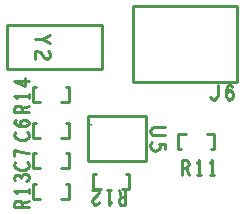
<source format=gto>
G04 This is an RS-274x file exported by *
G04 gerbv version 2.6.1 *
G04 More information is available about gerbv at *
G04 http://gerbv.geda-project.org/ *
G04 --End of header info--*
%MOIN*%
%FSLAX34Y34*%
%IPPOS*%
G04 --Define apertures--*
%ADD10C,0.0100*%
G04 --Start main section--*
G36*
G01X-009219Y-011998D02*
G75*
G03X-009219Y-011998I-000039J0000000D01*
G37*
G54D10*
G01X-011330Y-014754D02*
G01X-011830Y-014754D01*
G01X-011830Y-014754D02*
G01X-011830Y-014620D01*
G01X-011830Y-014620D02*
G01X-011805Y-014578D01*
G01X-011805Y-014578D02*
G01X-011772Y-014551D01*
G01X-011772Y-014551D02*
G01X-011705Y-014540D01*
G01X-011705Y-014540D02*
G01X-011638Y-014551D01*
G01X-011638Y-014551D02*
G01X-011597Y-014583D01*
G01X-011597Y-014583D02*
G01X-011572Y-014620D01*
G01X-011572Y-014620D02*
G01X-011572Y-014754D01*
G01X-011572Y-014620D02*
G01X-011330Y-014540D01*
G01X-011330Y-014207D02*
G01X-011830Y-014207D01*
G01X-011830Y-014207D02*
G01X-011730Y-014271D01*
G01X-011330Y-014271D02*
G01X-011330Y-014143D01*
G01X-011430Y-013884D02*
G01X-011372Y-013852D01*
G01X-011372Y-013852D02*
G01X-011338Y-013810D01*
G01X-011338Y-013810D02*
G01X-011330Y-013762D01*
G01X-011330Y-013762D02*
G01X-011338Y-013719D01*
G01X-011338Y-013719D02*
G01X-011380Y-013676D01*
G01X-011380Y-013676D02*
G01X-011430Y-013650D01*
G01X-011430Y-013650D02*
G01X-011480Y-013644D01*
G01X-011480Y-013644D02*
G01X-011538Y-013655D01*
G01X-011538Y-013655D02*
G01X-011580Y-013692D01*
G01X-011580Y-013692D02*
G01X-011597Y-013730D01*
G01X-011597Y-013730D02*
G01X-011597Y-013778D01*
G01X-011597Y-013730D02*
G01X-011622Y-013698D01*
G01X-011622Y-013698D02*
G01X-011663Y-013671D01*
G01X-011663Y-013671D02*
G01X-011713Y-013660D01*
G01X-011713Y-013660D02*
G01X-011763Y-013671D01*
G01X-011763Y-013671D02*
G01X-011805Y-013698D01*
G01X-011805Y-013698D02*
G01X-011830Y-013746D01*
G01X-011830Y-013746D02*
G01X-011822Y-013794D01*
G01X-011822Y-013794D02*
G01X-011788Y-013842D01*
G01X-011788Y-013255D02*
G01X-011813Y-013287D01*
G01X-011813Y-013287D02*
G01X-011830Y-013324D01*
G01X-011830Y-013324D02*
G01X-011830Y-013367D01*
G01X-011830Y-013367D02*
G01X-011805Y-013415D01*
G01X-011805Y-013415D02*
G01X-011763Y-013452D01*
G01X-011763Y-013452D02*
G01X-011713Y-013479D01*
G01X-011713Y-013479D02*
G01X-011630Y-013500D01*
G01X-011630Y-013500D02*
G01X-011555Y-013505D01*
G01X-011555Y-013505D02*
G01X-011480Y-013495D01*
G01X-011480Y-013495D02*
G01X-011430Y-013479D01*
G01X-011430Y-013479D02*
G01X-011380Y-013447D01*
G01X-011380Y-013447D02*
G01X-011347Y-013409D01*
G01X-011347Y-013409D02*
G01X-011330Y-013372D01*
G01X-011330Y-013372D02*
G01X-011330Y-013335D01*
G01X-011330Y-013335D02*
G01X-011347Y-013297D01*
G01X-011347Y-013297D02*
G01X-011372Y-013265D01*
G01X-011372Y-013265D02*
G01X-011405Y-013239D01*
G01X-011330Y-012943D02*
G01X-011438Y-012932D01*
G01X-011438Y-012932D02*
G01X-011530Y-012916D01*
G01X-011530Y-012916D02*
G01X-011613Y-012895D01*
G01X-011613Y-012895D02*
G01X-011705Y-012868D01*
G01X-011705Y-012868D02*
G01X-011830Y-012825D01*
G01X-011830Y-012825D02*
G01X-011830Y-013039D01*
G01X-011788Y-012257D02*
G01X-011813Y-012289D01*
G01X-011813Y-012289D02*
G01X-011830Y-012326D01*
G01X-011830Y-012326D02*
G01X-011830Y-012369D01*
G01X-011830Y-012369D02*
G01X-011805Y-012417D01*
G01X-011805Y-012417D02*
G01X-011763Y-012454D01*
G01X-011763Y-012454D02*
G01X-011713Y-012481D01*
G01X-011713Y-012481D02*
G01X-011630Y-012502D01*
G01X-011630Y-012502D02*
G01X-011555Y-012507D01*
G01X-011555Y-012507D02*
G01X-011480Y-012497D01*
G01X-011480Y-012497D02*
G01X-011430Y-012481D01*
G01X-011430Y-012481D02*
G01X-011380Y-012449D01*
G01X-011380Y-012449D02*
G01X-011347Y-012411D01*
G01X-011347Y-012411D02*
G01X-011330Y-012374D01*
G01X-011330Y-012374D02*
G01X-011330Y-012337D01*
G01X-011330Y-012337D02*
G01X-011347Y-012299D01*
G01X-011347Y-012299D02*
G01X-011372Y-012267D01*
G01X-011372Y-012267D02*
G01X-011405Y-012241D01*
G01X-011538Y-012035D02*
G01X-011597Y-011998D01*
G01X-011597Y-011998D02*
G01X-011630Y-011966D01*
G01X-011630Y-011966D02*
G01X-011647Y-011923D01*
G01X-011647Y-011923D02*
G01X-011630Y-011886D01*
G01X-011630Y-011886D02*
G01X-011597Y-011859D01*
G01X-011597Y-011859D02*
G01X-011547Y-011838D01*
G01X-011547Y-011838D02*
G01X-011488Y-011833D01*
G01X-011488Y-011833D02*
G01X-011438Y-011838D01*
G01X-011438Y-011838D02*
G01X-011388Y-011859D01*
G01X-011388Y-011859D02*
G01X-011347Y-011891D01*
G01X-011347Y-011891D02*
G01X-011330Y-011929D01*
G01X-011330Y-011929D02*
G01X-011347Y-011971D01*
G01X-011347Y-011971D02*
G01X-011397Y-012009D01*
G01X-011397Y-012009D02*
G01X-011472Y-012030D01*
G01X-011472Y-012030D02*
G01X-011555Y-012035D01*
G01X-011555Y-012035D02*
G01X-011663Y-012025D01*
G01X-011663Y-012025D02*
G01X-011722Y-012009D01*
G01X-011722Y-012009D02*
G01X-011780Y-011982D01*
G01X-011780Y-011982D02*
G01X-011822Y-011945D01*
G01X-011822Y-011945D02*
G01X-011830Y-011907D01*
G01X-011830Y-011907D02*
G01X-011813Y-011870D01*
G01X-011813Y-011870D02*
G01X-011772Y-011843D01*
G01X-011330Y-011576D02*
G01X-011830Y-011576D01*
G01X-011830Y-011576D02*
G01X-011830Y-011442D01*
G01X-011830Y-011442D02*
G01X-011805Y-011400D01*
G01X-011805Y-011400D02*
G01X-011772Y-011373D01*
G01X-011772Y-011373D02*
G01X-011705Y-011362D01*
G01X-011705Y-011362D02*
G01X-011638Y-011373D01*
G01X-011638Y-011373D02*
G01X-011597Y-011405D01*
G01X-011597Y-011405D02*
G01X-011572Y-011442D01*
G01X-011572Y-011442D02*
G01X-011572Y-011576D01*
G01X-011572Y-011442D02*
G01X-011330Y-011362D01*
G01X-011330Y-011029D02*
G01X-011830Y-011029D01*
G01X-011830Y-011029D02*
G01X-011730Y-011093D01*
G01X-011330Y-011093D02*
G01X-011330Y-010965D01*
G01X-011330Y-010525D02*
G01X-011830Y-010525D01*
G01X-011830Y-010525D02*
G01X-011472Y-010722D01*
G01X-011472Y-010722D02*
G01X-011472Y-010456D01*
G01X-011125Y-009151D02*
G01X-010900Y-009151D01*
G01X-010900Y-009151D02*
G01X-010625Y-009024D01*
G01X-010625Y-009278D02*
G01X-010900Y-009151D01*
G01X-010708Y-009540D02*
G01X-010658Y-009578D01*
G01X-010658Y-009578D02*
G01X-010633Y-009623D01*
G01X-010633Y-009623D02*
G01X-010625Y-009673D01*
G01X-010625Y-009673D02*
G01X-010642Y-009737D01*
G01X-010642Y-009737D02*
G01X-010683Y-009781D01*
G01X-010683Y-009781D02*
G01X-010733Y-009794D01*
G01X-010733Y-009794D02*
G01X-010783Y-009787D01*
G01X-010783Y-009787D02*
G01X-010825Y-009762D01*
G01X-010825Y-009762D02*
G01X-010908Y-009635D01*
G01X-010908Y-009635D02*
G01X-010967Y-009578D01*
G01X-010967Y-009578D02*
G01X-011050Y-009540D01*
G01X-011050Y-009540D02*
G01X-011125Y-009528D01*
G01X-011125Y-009528D02*
G01X-011125Y-009794D01*
G01X-012055Y-008660D02*
G01X-012055Y-010156D01*
G01X-012055Y-010156D02*
G01X-008905Y-010156D01*
G01X-008905Y-010156D02*
G01X-008905Y-008660D01*
G01X-008905Y-008660D02*
G01X-012055Y-008660D01*
G01X-011101Y-013962D02*
G01X-011201Y-013962D01*
G01X-011201Y-013962D02*
G01X-011201Y-014462D01*
G01X-011201Y-014462D02*
G01X-010951Y-014462D01*
G01X-011101Y-012953D02*
G01X-011201Y-012953D01*
G01X-011201Y-012953D02*
G01X-011201Y-013453D01*
G01X-011201Y-013453D02*
G01X-010951Y-013453D01*
G01X-011101Y-011935D02*
G01X-011201Y-011935D01*
G01X-011201Y-011935D02*
G01X-011201Y-012435D01*
G01X-011201Y-012435D02*
G01X-010951Y-012435D01*
G01X-011101Y-010746D02*
G01X-011201Y-010746D01*
G01X-011201Y-010746D02*
G01X-011201Y-011246D01*
G01X-011201Y-011246D02*
G01X-010951Y-011246D01*
G01X-010251Y-014462D02*
G01X-010001Y-014462D01*
G01X-010001Y-014462D02*
G01X-010001Y-013962D01*
G01X-010001Y-013962D02*
G01X-010101Y-013962D01*
G01X-010251Y-013453D02*
G01X-010001Y-013453D01*
G01X-010001Y-013453D02*
G01X-010001Y-012953D01*
G01X-010001Y-012953D02*
G01X-010101Y-012953D01*
G01X-009366Y-011722D02*
G01X-009366Y-013218D01*
G01X-009366Y-013218D02*
G01X-007418Y-013218D01*
G01X-010251Y-012435D02*
G01X-010001Y-012435D01*
G01X-010001Y-012435D02*
G01X-010001Y-011935D01*
G01X-010001Y-011935D02*
G01X-010101Y-011935D01*
G01X-010251Y-011246D02*
G01X-010001Y-011246D01*
G01X-010001Y-011246D02*
G01X-010001Y-010746D01*
G01X-010001Y-010746D02*
G01X-010101Y-010746D01*
G01X-007418Y-011722D02*
G01X-009366Y-011722D01*
G01X-008127Y-014158D02*
G01X-008127Y-014658D01*
G01X-008127Y-014658D02*
G01X-008261Y-014658D01*
G01X-008261Y-014658D02*
G01X-008303Y-014633D01*
G01X-008303Y-014633D02*
G01X-008330Y-014600D01*
G01X-008330Y-014600D02*
G01X-008341Y-014533D01*
G01X-008341Y-014533D02*
G01X-008330Y-014466D01*
G01X-008330Y-014466D02*
G01X-008298Y-014425D01*
G01X-008298Y-014425D02*
G01X-008261Y-014400D01*
G01X-008261Y-014400D02*
G01X-008127Y-014400D01*
G01X-008261Y-014400D02*
G01X-008341Y-014158D01*
G01X-008674Y-014158D02*
G01X-008674Y-014658D01*
G01X-008674Y-014658D02*
G01X-008610Y-014558D01*
G01X-008610Y-014158D02*
G01X-008738Y-014158D01*
G01X-009013Y-014575D02*
G01X-009045Y-014625D01*
G01X-009045Y-014625D02*
G01X-009082Y-014650D01*
G01X-009082Y-014650D02*
G01X-009125Y-014658D01*
G01X-009125Y-014658D02*
G01X-009178Y-014641D01*
G01X-009178Y-014641D02*
G01X-009215Y-014600D01*
G01X-009215Y-014600D02*
G01X-009226Y-014550D01*
G01X-009226Y-014550D02*
G01X-009221Y-014500D01*
G01X-009221Y-014500D02*
G01X-009199Y-014458D01*
G01X-009199Y-014458D02*
G01X-009093Y-014375D01*
G01X-009093Y-014375D02*
G01X-009045Y-014316D01*
G01X-009045Y-014316D02*
G01X-009013Y-014233D01*
G01X-009013Y-014233D02*
G01X-009002Y-014158D01*
G01X-009002Y-014158D02*
G01X-009226Y-014158D01*
G01X-009096Y-013643D02*
G01X-009196Y-013643D01*
G01X-009196Y-013643D02*
G01X-009196Y-014143D01*
G01X-009196Y-014143D02*
G01X-008946Y-014143D01*
G01X-008246Y-014143D02*
G01X-007996Y-014143D01*
G01X-007996Y-014143D02*
G01X-007996Y-013643D01*
G01X-007996Y-013643D02*
G01X-008096Y-013643D01*
G01X-006795Y-012075D02*
G01X-007153Y-012075D01*
G01X-007153Y-012075D02*
G01X-007228Y-012100D01*
G01X-007228Y-012100D02*
G01X-007278Y-012151D01*
G01X-007278Y-012151D02*
G01X-007295Y-012214D01*
G01X-007295Y-012214D02*
G01X-007278Y-012277D01*
G01X-007278Y-012277D02*
G01X-007228Y-012328D01*
G01X-007228Y-012328D02*
G01X-007153Y-012353D01*
G01X-007153Y-012353D02*
G01X-006795Y-012353D01*
G01X-007220Y-012584D02*
G01X-007262Y-012622D01*
G01X-007262Y-012622D02*
G01X-007287Y-012667D01*
G01X-007287Y-012667D02*
G01X-007295Y-012724D01*
G01X-007295Y-012724D02*
G01X-007278Y-012781D01*
G01X-007278Y-012781D02*
G01X-007245Y-012825D01*
G01X-007245Y-012825D02*
G01X-007187Y-012857D01*
G01X-007187Y-012857D02*
G01X-007120Y-012863D01*
G01X-007120Y-012863D02*
G01X-007053Y-012850D01*
G01X-007053Y-012850D02*
G01X-007012Y-012819D01*
G01X-007012Y-012819D02*
G01X-006978Y-012774D01*
G01X-006978Y-012774D02*
G01X-006970Y-012730D01*
G01X-006970Y-012730D02*
G01X-006978Y-012686D01*
G01X-006978Y-012686D02*
G01X-007012Y-012629D01*
G01X-007012Y-012629D02*
G01X-006795Y-012648D01*
G01X-006795Y-012648D02*
G01X-006795Y-012819D01*
G01X-007859Y-008053D02*
G01X-007859Y-010572D01*
G01X-007859Y-010572D02*
G01X-004395Y-010572D01*
G01X-004395Y-010572D02*
G01X-004395Y-008053D01*
G01X-004395Y-008053D02*
G01X-007859Y-008053D01*
G01X-007418Y-013218D02*
G01X-007418Y-011722D01*
G01X-006225Y-013671D02*
G01X-006225Y-013171D01*
G01X-006225Y-013171D02*
G01X-006091Y-013171D01*
G01X-006091Y-013171D02*
G01X-006049Y-013196D01*
G01X-006049Y-013196D02*
G01X-006022Y-013229D01*
G01X-006022Y-013229D02*
G01X-006011Y-013296D01*
G01X-006011Y-013296D02*
G01X-006022Y-013363D01*
G01X-006022Y-013363D02*
G01X-006054Y-013404D01*
G01X-006054Y-013404D02*
G01X-006091Y-013429D01*
G01X-006091Y-013429D02*
G01X-006225Y-013429D01*
G01X-006091Y-013429D02*
G01X-006011Y-013671D01*
G01X-005678Y-013671D02*
G01X-005678Y-013171D01*
G01X-005678Y-013171D02*
G01X-005742Y-013271D01*
G01X-005742Y-013671D02*
G01X-005614Y-013671D01*
G01X-005238Y-013671D02*
G01X-005238Y-013171D01*
G01X-005238Y-013171D02*
G01X-005302Y-013271D01*
G01X-005302Y-013671D02*
G01X-005174Y-013671D01*
G01X-006100Y-012315D02*
G01X-006350Y-012315D01*
G01X-006350Y-012315D02*
G01X-006350Y-012815D01*
G01X-006350Y-012815D02*
G01X-006250Y-012815D01*
G01X-005250Y-012815D02*
G01X-005150Y-012815D01*
G01X-005150Y-012815D02*
G01X-005150Y-012315D01*
G01X-005150Y-012315D02*
G01X-005400Y-012315D01*
G01X-005296Y-011072D02*
G01X-005264Y-011122D01*
G01X-005264Y-011122D02*
G01X-005226Y-011155D01*
G01X-005226Y-011155D02*
G01X-005182Y-011172D01*
G01X-005182Y-011172D02*
G01X-005131Y-011155D01*
G01X-005131Y-011155D02*
G01X-005093Y-011122D01*
G01X-005093Y-011122D02*
G01X-005055Y-011072D01*
G01X-005055Y-011072D02*
G01X-005042Y-011005D01*
G01X-005042Y-011005D02*
G01X-005042Y-010672D01*
G01X-004780Y-010964D02*
G01X-004735Y-010905D01*
G01X-004735Y-010905D02*
G01X-004697Y-010872D01*
G01X-004697Y-010872D02*
G01X-004647Y-010855D01*
G01X-004647Y-010855D02*
G01X-004602Y-010872D01*
G01X-004602Y-010872D02*
G01X-004571Y-010905D01*
G01X-004571Y-010905D02*
G01X-004545Y-010955D01*
G01X-004545Y-010955D02*
G01X-004539Y-011014D01*
G01X-004539Y-011014D02*
G01X-004545Y-011064D01*
G01X-004545Y-011064D02*
G01X-004571Y-011114D01*
G01X-004571Y-011114D02*
G01X-004609Y-011155D01*
G01X-004609Y-011155D02*
G01X-004653Y-011172D01*
G01X-004653Y-011172D02*
G01X-004704Y-011155D01*
G01X-004704Y-011155D02*
G01X-004748Y-011105D01*
G01X-004748Y-011105D02*
G01X-004773Y-011030D01*
G01X-004773Y-011030D02*
G01X-004780Y-010947D01*
G01X-004780Y-010947D02*
G01X-004767Y-010839D01*
G01X-004767Y-010839D02*
G01X-004748Y-010780D01*
G01X-004748Y-010780D02*
G01X-004716Y-010722D01*
G01X-004716Y-010722D02*
G01X-004672Y-010680D01*
G01X-004672Y-010680D02*
G01X-004628Y-010672D01*
G01X-004628Y-010672D02*
G01X-004583Y-010689D01*
G01X-004583Y-010689D02*
G01X-004552Y-010730D01*
M02*

</source>
